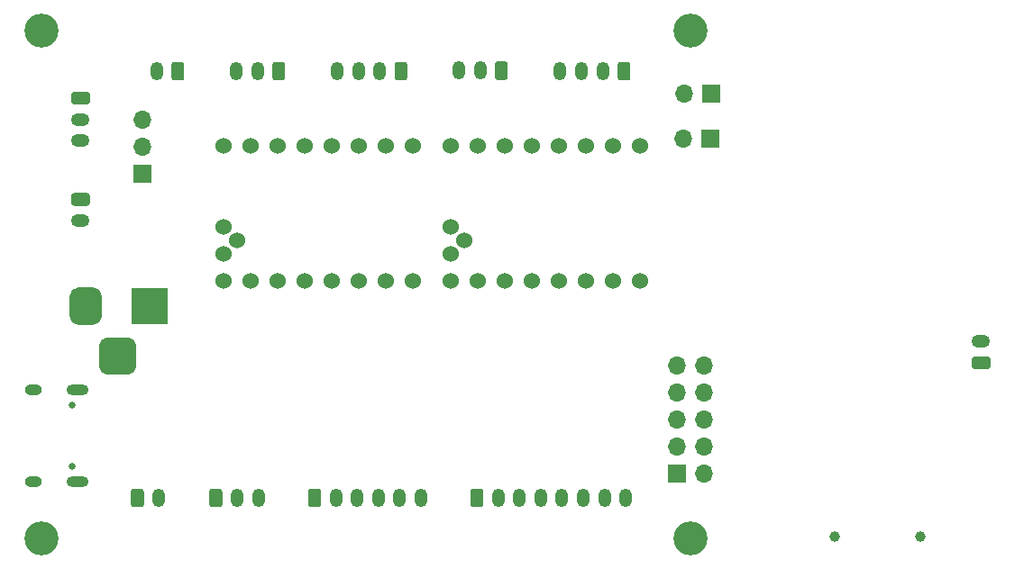
<source format=gbs>
%TF.GenerationSoftware,KiCad,Pcbnew,(5.1.10)-1*%
%TF.CreationDate,2022-01-11T19:27:46+00:00*%
%TF.ProjectId,ESP32_Plotter_Controller_revB1,45535033-325f-4506-9c6f-747465725f43,rev?*%
%TF.SameCoordinates,Original*%
%TF.FileFunction,Soldermask,Bot*%
%TF.FilePolarity,Negative*%
%FSLAX46Y46*%
G04 Gerber Fmt 4.6, Leading zero omitted, Abs format (unit mm)*
G04 Created by KiCad (PCBNEW (5.1.10)-1) date 2022-01-11 19:27:46*
%MOMM*%
%LPD*%
G01*
G04 APERTURE LIST*
%ADD10O,1.200000X1.750000*%
%ADD11O,2.100000X1.000000*%
%ADD12C,0.650000*%
%ADD13O,1.600000X1.000000*%
%ADD14R,3.500000X3.500000*%
%ADD15C,1.524000*%
%ADD16C,3.200000*%
%ADD17O,1.700000X1.700000*%
%ADD18R,1.700000X1.700000*%
%ADD19O,1.750000X1.200000*%
%ADD20C,1.000000*%
G04 APERTURE END LIST*
D10*
X40227000Y-116840000D03*
G36*
G01*
X37627000Y-117465001D02*
X37627000Y-116214999D01*
G75*
G02*
X37876999Y-115965000I249999J0D01*
G01*
X38577001Y-115965000D01*
G75*
G02*
X38827000Y-116214999I0J-249999D01*
G01*
X38827000Y-117465001D01*
G75*
G02*
X38577001Y-117715000I-249999J0D01*
G01*
X37876999Y-117715000D01*
G75*
G02*
X37627000Y-117465001I0J249999D01*
G01*
G37*
X84104000Y-116840000D03*
X82104000Y-116840000D03*
X80104000Y-116840000D03*
X78104000Y-116840000D03*
X76104000Y-116840000D03*
X74104000Y-116840000D03*
X72104000Y-116840000D03*
G36*
G01*
X69504000Y-117465001D02*
X69504000Y-116214999D01*
G75*
G02*
X69753999Y-115965000I249999J0D01*
G01*
X70454001Y-115965000D01*
G75*
G02*
X70704000Y-116214999I0J-249999D01*
G01*
X70704000Y-117465001D01*
G75*
G02*
X70454001Y-117715000I-249999J0D01*
G01*
X69753999Y-117715000D01*
G75*
G02*
X69504000Y-117465001I0J249999D01*
G01*
G37*
X49593000Y-116840000D03*
X47593000Y-116840000D03*
G36*
G01*
X44993000Y-117465001D02*
X44993000Y-116214999D01*
G75*
G02*
X45242999Y-115965000I249999J0D01*
G01*
X45943001Y-115965000D01*
G75*
G02*
X46193000Y-116214999I0J-249999D01*
G01*
X46193000Y-117465001D01*
G75*
G02*
X45943001Y-117715000I-249999J0D01*
G01*
X45242999Y-117715000D01*
G75*
G02*
X44993000Y-117465001I0J249999D01*
G01*
G37*
X64864000Y-116840000D03*
X62864000Y-116840000D03*
X60864000Y-116840000D03*
X58864000Y-116840000D03*
X56864000Y-116840000D03*
G36*
G01*
X54264000Y-117465001D02*
X54264000Y-116214999D01*
G75*
G02*
X54513999Y-115965000I249999J0D01*
G01*
X55214001Y-115965000D01*
G75*
G02*
X55464000Y-116214999I0J-249999D01*
G01*
X55464000Y-117465001D01*
G75*
G02*
X55214001Y-117715000I-249999J0D01*
G01*
X54513999Y-117715000D01*
G75*
G02*
X54264000Y-117465001I0J249999D01*
G01*
G37*
D11*
X32594000Y-115318000D03*
X32594000Y-106678000D03*
D12*
X32064000Y-108108000D03*
D13*
X28414000Y-106678000D03*
D12*
X32064000Y-113888000D03*
D13*
X28414000Y-115318000D03*
G36*
G01*
X34620000Y-104381000D02*
X34620000Y-102631000D01*
G75*
G02*
X35495000Y-101756000I875000J0D01*
G01*
X37245000Y-101756000D01*
G75*
G02*
X38120000Y-102631000I0J-875000D01*
G01*
X38120000Y-104381000D01*
G75*
G02*
X37245000Y-105256000I-875000J0D01*
G01*
X35495000Y-105256000D01*
G75*
G02*
X34620000Y-104381000I0J875000D01*
G01*
G37*
G36*
G01*
X31870000Y-99806000D02*
X31870000Y-97806000D01*
G75*
G02*
X32620000Y-97056000I750000J0D01*
G01*
X34120000Y-97056000D01*
G75*
G02*
X34870000Y-97806000I0J-750000D01*
G01*
X34870000Y-99806000D01*
G75*
G02*
X34120000Y-100556000I-750000J0D01*
G01*
X32620000Y-100556000D01*
G75*
G02*
X31870000Y-99806000I0J750000D01*
G01*
G37*
D14*
X39370000Y-98806000D03*
D10*
X68408800Y-76657200D03*
X70408800Y-76657200D03*
G36*
G01*
X73008800Y-76032199D02*
X73008800Y-77282201D01*
G75*
G02*
X72758801Y-77532200I-249999J0D01*
G01*
X72058799Y-77532200D01*
G75*
G02*
X71808800Y-77282201I0J249999D01*
G01*
X71808800Y-76032199D01*
G75*
G02*
X72058799Y-75782200I249999J0D01*
G01*
X72758801Y-75782200D01*
G75*
G02*
X73008800Y-76032199I0J-249999D01*
G01*
G37*
X47498500Y-76708000D03*
X49498500Y-76708000D03*
G36*
G01*
X52098500Y-76082999D02*
X52098500Y-77333001D01*
G75*
G02*
X51848501Y-77583000I-249999J0D01*
G01*
X51148499Y-77583000D01*
G75*
G02*
X50898500Y-77333001I0J249999D01*
G01*
X50898500Y-76082999D01*
G75*
G02*
X51148499Y-75833000I249999J0D01*
G01*
X51848501Y-75833000D01*
G75*
G02*
X52098500Y-76082999I0J-249999D01*
G01*
G37*
X56979300Y-76708000D03*
X58979300Y-76708000D03*
X60979300Y-76708000D03*
G36*
G01*
X63579300Y-76082999D02*
X63579300Y-77333001D01*
G75*
G02*
X63329301Y-77583000I-249999J0D01*
G01*
X62629299Y-77583000D01*
G75*
G02*
X62379300Y-77333001I0J249999D01*
G01*
X62379300Y-76082999D01*
G75*
G02*
X62629299Y-75833000I249999J0D01*
G01*
X63329301Y-75833000D01*
G75*
G02*
X63579300Y-76082999I0J-249999D01*
G01*
G37*
X77934300Y-76708000D03*
X79934300Y-76708000D03*
X81934300Y-76708000D03*
G36*
G01*
X84534300Y-76082999D02*
X84534300Y-77333001D01*
G75*
G02*
X84284301Y-77583000I-249999J0D01*
G01*
X83584299Y-77583000D01*
G75*
G02*
X83334300Y-77333001I0J249999D01*
G01*
X83334300Y-76082999D01*
G75*
G02*
X83584299Y-75833000I249999J0D01*
G01*
X84284301Y-75833000D01*
G75*
G02*
X84534300Y-76082999I0J-249999D01*
G01*
G37*
X40024300Y-76708000D03*
G36*
G01*
X42624300Y-76082999D02*
X42624300Y-77333001D01*
G75*
G02*
X42374301Y-77583000I-249999J0D01*
G01*
X41674299Y-77583000D01*
G75*
G02*
X41424300Y-77333001I0J249999D01*
G01*
X41424300Y-76082999D01*
G75*
G02*
X41674299Y-75833000I249999J0D01*
G01*
X42374301Y-75833000D01*
G75*
G02*
X42624300Y-76082999I0J-249999D01*
G01*
G37*
D15*
X68961000Y-92583000D03*
X67691000Y-91313000D03*
X67691000Y-93853000D03*
X85471000Y-96393000D03*
X82931000Y-96393000D03*
X80391000Y-96393000D03*
X77851000Y-96393000D03*
X75311000Y-96393000D03*
X72771000Y-96393000D03*
X70231000Y-96393000D03*
X67691000Y-96393000D03*
X67691000Y-83693000D03*
X70231000Y-83693000D03*
X72771000Y-83693000D03*
X75311000Y-83693000D03*
X77851000Y-83693000D03*
X80391000Y-83693000D03*
X82931000Y-83693000D03*
X85471000Y-83693000D03*
X47625000Y-92583000D03*
X46355000Y-91313000D03*
X46355000Y-93853000D03*
X64135000Y-96393000D03*
X61595000Y-96393000D03*
X59055000Y-96393000D03*
X56515000Y-96393000D03*
X53975000Y-96393000D03*
X51435000Y-96393000D03*
X48895000Y-96393000D03*
X46355000Y-96393000D03*
X46355000Y-83693000D03*
X48895000Y-83693000D03*
X51435000Y-83693000D03*
X53975000Y-83693000D03*
X56515000Y-83693000D03*
X59055000Y-83693000D03*
X61595000Y-83693000D03*
X64135000Y-83693000D03*
D16*
X90170000Y-72898000D03*
X29210000Y-72898000D03*
X90170000Y-120650000D03*
X29210000Y-120650000D03*
D17*
X89598500Y-78803500D03*
D18*
X92138500Y-78803500D03*
D17*
X89535000Y-83058000D03*
D18*
X92075000Y-83058000D03*
D17*
X38735000Y-81280000D03*
X38735000Y-83820000D03*
D18*
X38735000Y-86360000D03*
D17*
X91440000Y-104394000D03*
X88900000Y-104394000D03*
X91440000Y-106934000D03*
X88900000Y-106934000D03*
X91440000Y-109474000D03*
X88900000Y-109474000D03*
X91440000Y-112014000D03*
X88900000Y-112014000D03*
X91440000Y-114554000D03*
D18*
X88900000Y-114554000D03*
D19*
X32893000Y-90773000D03*
G36*
G01*
X32267999Y-88173000D02*
X33518001Y-88173000D01*
G75*
G02*
X33768000Y-88422999I0J-249999D01*
G01*
X33768000Y-89123001D01*
G75*
G02*
X33518001Y-89373000I-249999J0D01*
G01*
X32267999Y-89373000D01*
G75*
G02*
X32018000Y-89123001I0J249999D01*
G01*
X32018000Y-88422999D01*
G75*
G02*
X32267999Y-88173000I249999J0D01*
G01*
G37*
X32893000Y-83248000D03*
X32893000Y-81248000D03*
G36*
G01*
X32267999Y-78648000D02*
X33518001Y-78648000D01*
G75*
G02*
X33768000Y-78897999I0J-249999D01*
G01*
X33768000Y-79598001D01*
G75*
G02*
X33518001Y-79848000I-249999J0D01*
G01*
X32267999Y-79848000D01*
G75*
G02*
X32018000Y-79598001I0J249999D01*
G01*
X32018000Y-78897999D01*
G75*
G02*
X32267999Y-78648000I249999J0D01*
G01*
G37*
X117475000Y-102140000D03*
G36*
G01*
X118100001Y-104740000D02*
X116849999Y-104740000D01*
G75*
G02*
X116600000Y-104490001I0J249999D01*
G01*
X116600000Y-103789999D01*
G75*
G02*
X116849999Y-103540000I249999J0D01*
G01*
X118100001Y-103540000D01*
G75*
G02*
X118350000Y-103789999I0J-249999D01*
G01*
X118350000Y-104490001D01*
G75*
G02*
X118100001Y-104740000I-249999J0D01*
G01*
G37*
D20*
X111730000Y-120462000D03*
X103730000Y-120462000D03*
M02*

</source>
